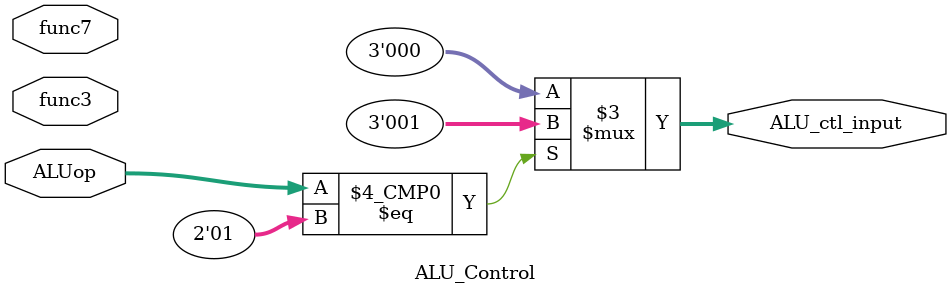
<source format=v>
`timescale 1ns / 1ps


module ALU_Control(
    input [1:0] ALUop,
    input [6:0] func7,
    input [2:0] func3,
    output reg [2:0] ALU_ctl_input
    );
      always @(*) 
    begin
        case (ALUop)
            2'b01: ALU_ctl_input=3'd1;
            default: ALU_ctl_input=3'd0;
        endcase   
    end
endmodule

</source>
